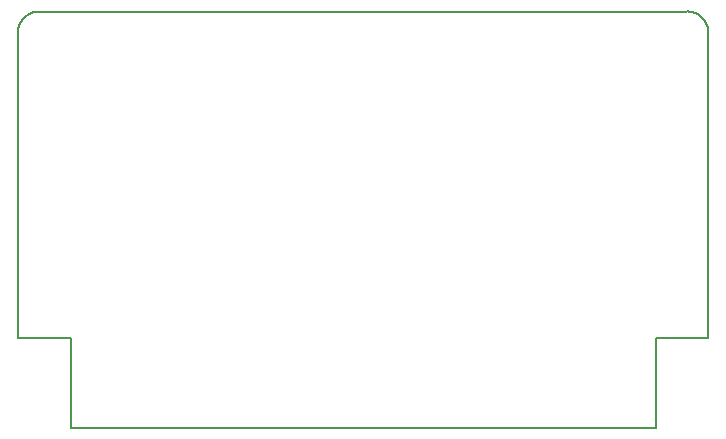
<source format=gko>
G75*
%MOIN*%
%OFA0B0*%
%FSLAX25Y25*%
%IPPOS*%
%LPD*%
%AMOC8*
5,1,8,0,0,1.08239X$1,22.5*
%
%ADD10C,0.00500*%
D10*
X0019000Y0001400D02*
X0019000Y0028900D01*
X0019000Y0031400D01*
X0001500Y0031400D01*
X0001500Y0132650D01*
X0001487Y0132819D01*
X0001478Y0132988D01*
X0001473Y0133157D01*
X0001472Y0133327D01*
X0001476Y0133496D01*
X0001483Y0133666D01*
X0001495Y0133835D01*
X0001511Y0134003D01*
X0001530Y0134171D01*
X0001555Y0134339D01*
X0001583Y0134506D01*
X0001615Y0134673D01*
X0001651Y0134838D01*
X0001692Y0135003D01*
X0001736Y0135166D01*
X0001784Y0135328D01*
X0001837Y0135490D01*
X0001893Y0135649D01*
X0001953Y0135808D01*
X0002017Y0135965D01*
X0002085Y0136120D01*
X0002157Y0136273D01*
X0002233Y0136425D01*
X0002312Y0136575D01*
X0002395Y0136723D01*
X0002481Y0136868D01*
X0002571Y0137012D01*
X0002664Y0137153D01*
X0002761Y0137292D01*
X0002862Y0137429D01*
X0002965Y0137563D01*
X0003072Y0137694D01*
X0003182Y0137823D01*
X0003295Y0137949D01*
X0003411Y0138072D01*
X0003531Y0138193D01*
X0003653Y0138310D01*
X0003778Y0138424D01*
X0003906Y0138536D01*
X0004036Y0138644D01*
X0004169Y0138749D01*
X0004305Y0138850D01*
X0004443Y0138948D01*
X0004583Y0139043D01*
X0004726Y0139135D01*
X0004871Y0139222D01*
X0005018Y0139307D01*
X0005167Y0139387D01*
X0005318Y0139464D01*
X0005471Y0139537D01*
X0005625Y0139607D01*
X0005781Y0139672D01*
X0005939Y0139734D01*
X0006098Y0139792D01*
X0006259Y0139846D01*
X0006421Y0139896D01*
X0006584Y0139942D01*
X0006748Y0139984D01*
X0006913Y0140021D01*
X0007079Y0140055D01*
X0007246Y0140085D01*
X0007413Y0140111D01*
X0007582Y0140132D01*
X0007750Y0140150D01*
X0224000Y0140150D01*
X0224166Y0140163D01*
X0224333Y0140172D01*
X0224500Y0140177D01*
X0224666Y0140178D01*
X0224833Y0140175D01*
X0225000Y0140168D01*
X0225166Y0140157D01*
X0225332Y0140142D01*
X0225498Y0140123D01*
X0225663Y0140099D01*
X0225828Y0140072D01*
X0225992Y0140041D01*
X0226155Y0140006D01*
X0226317Y0139967D01*
X0226478Y0139925D01*
X0226639Y0139878D01*
X0226798Y0139827D01*
X0226955Y0139773D01*
X0227112Y0139715D01*
X0227266Y0139653D01*
X0227420Y0139587D01*
X0227571Y0139518D01*
X0227721Y0139445D01*
X0227870Y0139368D01*
X0228016Y0139288D01*
X0228160Y0139204D01*
X0228302Y0139117D01*
X0228443Y0139026D01*
X0228580Y0138932D01*
X0228716Y0138835D01*
X0228849Y0138735D01*
X0228980Y0138631D01*
X0229108Y0138524D01*
X0229233Y0138414D01*
X0229356Y0138302D01*
X0229476Y0138186D01*
X0229594Y0138067D01*
X0229708Y0137946D01*
X0229819Y0137821D01*
X0229928Y0137695D01*
X0230033Y0137565D01*
X0230135Y0137433D01*
X0230234Y0137299D01*
X0230330Y0137162D01*
X0230422Y0137023D01*
X0230511Y0136882D01*
X0230596Y0136739D01*
X0230678Y0136593D01*
X0230756Y0136446D01*
X0230831Y0136297D01*
X0230903Y0136146D01*
X0230970Y0135994D01*
X0231034Y0135840D01*
X0231094Y0135684D01*
X0231150Y0135527D01*
X0231203Y0135369D01*
X0231252Y0135209D01*
X0231296Y0135048D01*
X0231337Y0134887D01*
X0231374Y0134724D01*
X0231407Y0134561D01*
X0231436Y0134396D01*
X0231461Y0134231D01*
X0231483Y0134066D01*
X0231500Y0133900D01*
X0231500Y0031400D01*
X0214000Y0031400D01*
X0214000Y0028900D01*
X0214000Y0001400D01*
X0019000Y0001400D01*
M02*

</source>
